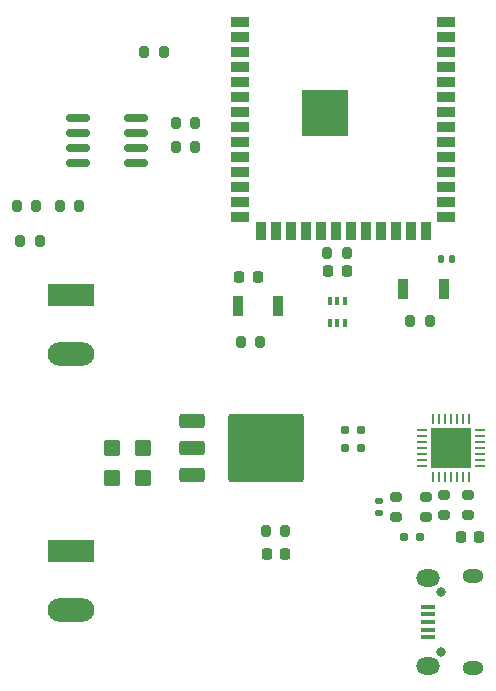
<source format=gbr>
%TF.GenerationSoftware,KiCad,Pcbnew,8.0.7*%
%TF.CreationDate,2025-02-14T15:53:52+00:00*%
%TF.ProjectId,FYP_Motor_R2,4659505f-4d6f-4746-9f72-5f52322e6b69,rev?*%
%TF.SameCoordinates,Original*%
%TF.FileFunction,Soldermask,Top*%
%TF.FilePolarity,Negative*%
%FSLAX46Y46*%
G04 Gerber Fmt 4.6, Leading zero omitted, Abs format (unit mm)*
G04 Created by KiCad (PCBNEW 8.0.7) date 2025-02-14 15:53:52*
%MOMM*%
%LPD*%
G01*
G04 APERTURE LIST*
G04 Aperture macros list*
%AMRoundRect*
0 Rectangle with rounded corners*
0 $1 Rounding radius*
0 $2 $3 $4 $5 $6 $7 $8 $9 X,Y pos of 4 corners*
0 Add a 4 corners polygon primitive as box body*
4,1,4,$2,$3,$4,$5,$6,$7,$8,$9,$2,$3,0*
0 Add four circle primitives for the rounded corners*
1,1,$1+$1,$2,$3*
1,1,$1+$1,$4,$5*
1,1,$1+$1,$6,$7*
1,1,$1+$1,$8,$9*
0 Add four rect primitives between the rounded corners*
20,1,$1+$1,$2,$3,$4,$5,0*
20,1,$1+$1,$4,$5,$6,$7,0*
20,1,$1+$1,$6,$7,$8,$9,0*
20,1,$1+$1,$8,$9,$2,$3,0*%
G04 Aperture macros list end*
%ADD10RoundRect,0.140000X0.140000X0.170000X-0.140000X0.170000X-0.140000X-0.170000X0.140000X-0.170000X0*%
%ADD11O,0.800000X0.800000*%
%ADD12R,1.300000X0.450000*%
%ADD13O,1.800000X1.150000*%
%ADD14O,2.000000X1.450000*%
%ADD15RoundRect,0.102000X-0.240000X-0.200000X0.240000X-0.200000X0.240000X0.200000X-0.240000X0.200000X0*%
%ADD16RoundRect,0.200000X0.275000X-0.200000X0.275000X0.200000X-0.275000X0.200000X-0.275000X-0.200000X0*%
%ADD17RoundRect,0.200000X0.200000X0.275000X-0.200000X0.275000X-0.200000X-0.275000X0.200000X-0.275000X0*%
%ADD18RoundRect,0.218750X0.218750X0.256250X-0.218750X0.256250X-0.218750X-0.256250X0.218750X-0.256250X0*%
%ADD19RoundRect,0.225000X-0.225000X-0.250000X0.225000X-0.250000X0.225000X0.250000X-0.225000X0.250000X0*%
%ADD20RoundRect,0.150000X0.825000X0.150000X-0.825000X0.150000X-0.825000X-0.150000X0.825000X-0.150000X0*%
%ADD21R,1.500000X0.900000*%
%ADD22R,0.900000X1.500000*%
%ADD23C,0.600000*%
%ADD24R,3.900000X3.900000*%
%ADD25R,3.960000X1.980000*%
%ADD26O,3.960000X1.980000*%
%ADD27R,0.900000X1.700000*%
%ADD28RoundRect,0.200000X-0.200000X-0.275000X0.200000X-0.275000X0.200000X0.275000X-0.200000X0.275000X0*%
%ADD29RoundRect,0.140000X-0.170000X0.140000X-0.170000X-0.140000X0.170000X-0.140000X0.170000X0.140000X0*%
%ADD30RoundRect,0.250000X0.450000X0.425000X-0.450000X0.425000X-0.450000X-0.425000X0.450000X-0.425000X0*%
%ADD31RoundRect,0.250000X-0.850000X-0.350000X0.850000X-0.350000X0.850000X0.350000X-0.850000X0.350000X0*%
%ADD32RoundRect,0.249997X-2.950003X-2.650003X2.950003X-2.650003X2.950003X2.650003X-2.950003X2.650003X0*%
%ADD33RoundRect,0.062500X-0.337500X-0.062500X0.337500X-0.062500X0.337500X0.062500X-0.337500X0.062500X0*%
%ADD34RoundRect,0.062500X-0.062500X-0.337500X0.062500X-0.337500X0.062500X0.337500X-0.062500X0.337500X0*%
%ADD35R,3.350000X3.350000*%
%ADD36RoundRect,0.100000X0.100000X-0.225000X0.100000X0.225000X-0.100000X0.225000X-0.100000X-0.225000X0*%
%ADD37RoundRect,0.200000X-0.275000X0.200000X-0.275000X-0.200000X0.275000X-0.200000X0.275000X0.200000X0*%
G04 APERTURE END LIST*
D10*
%TO.C,C6*%
X124230000Y-57500000D03*
X123270000Y-57500000D03*
%TD*%
D11*
%TO.C,J1*%
X123250000Y-90725000D03*
X123250000Y-85725000D03*
D12*
X122150000Y-89525000D03*
X122150000Y-88875000D03*
X122150000Y-88225000D03*
X122150000Y-87575000D03*
X122150000Y-86925000D03*
D13*
X126000000Y-92100000D03*
D14*
X122200000Y-91950000D03*
X122200000Y-84500000D03*
D13*
X126000000Y-84350000D03*
%TD*%
D15*
%TO.C,D2*%
X115180000Y-73500000D03*
X116500000Y-73500000D03*
%TD*%
D16*
%TO.C,R2*%
X122000000Y-79325000D03*
X122000000Y-77675000D03*
%TD*%
D17*
%TO.C,R10*%
X92650000Y-53000000D03*
X91000000Y-53000000D03*
%TD*%
D18*
%TO.C,D6*%
X110120000Y-82500000D03*
X108545000Y-82500000D03*
%TD*%
D19*
%TO.C,C5*%
X106225000Y-59000000D03*
X107775000Y-59000000D03*
%TD*%
D15*
%TO.C,D3*%
X115180000Y-72000000D03*
X116500000Y-72000000D03*
%TD*%
D20*
%TO.C,U3*%
X97475000Y-49405000D03*
X97475000Y-48135000D03*
X97475000Y-46865000D03*
X97475000Y-45595000D03*
X92525000Y-45595000D03*
X92525000Y-46865000D03*
X92525000Y-48135000D03*
X92525000Y-49405000D03*
%TD*%
D19*
%TO.C,C2*%
X124950000Y-81000000D03*
X126500000Y-81000000D03*
%TD*%
D21*
%TO.C,U2*%
X106250000Y-37390000D03*
X106250000Y-38660000D03*
X106250000Y-39930000D03*
X106250000Y-41200000D03*
X106250000Y-42470000D03*
X106250000Y-43740000D03*
X106250000Y-45010000D03*
X106250000Y-46280000D03*
X106250000Y-47550000D03*
X106250000Y-48820000D03*
X106250000Y-50090000D03*
X106250000Y-51360000D03*
X106250000Y-52630000D03*
X106250000Y-53900000D03*
D22*
X108015000Y-55150000D03*
X109285000Y-55150000D03*
X110555000Y-55150000D03*
X111825000Y-55150000D03*
X113095000Y-55150000D03*
X114365000Y-55150000D03*
X115635000Y-55150000D03*
X116905000Y-55150000D03*
X118175000Y-55150000D03*
X119445000Y-55150000D03*
X120715000Y-55150000D03*
X121985000Y-55150000D03*
D21*
X123750000Y-53900000D03*
X123750000Y-52630000D03*
X123750000Y-51360000D03*
X123750000Y-50090000D03*
X123750000Y-48820000D03*
X123750000Y-47550000D03*
X123750000Y-46280000D03*
X123750000Y-45010000D03*
X123750000Y-43740000D03*
X123750000Y-42470000D03*
X123750000Y-41200000D03*
X123750000Y-39930000D03*
X123750000Y-38660000D03*
X123750000Y-37390000D03*
D23*
X112100000Y-44410000D03*
X112100000Y-45810000D03*
X112800000Y-43710000D03*
X112800000Y-45110000D03*
X112800000Y-46510000D03*
X113500000Y-44410000D03*
D24*
X113500000Y-45110000D03*
D23*
X113500000Y-45810000D03*
X114200000Y-43710000D03*
X114200000Y-45110000D03*
X114200000Y-46510000D03*
X114900000Y-44410000D03*
X114900000Y-45810000D03*
%TD*%
D18*
%TO.C,D5*%
X115325000Y-58500000D03*
X113750000Y-58500000D03*
%TD*%
D25*
%TO.C,J3*%
X92000000Y-82235000D03*
D26*
X92000000Y-87235000D03*
%TD*%
D27*
%TO.C,SW2*%
X120100000Y-60000000D03*
X123500000Y-60000000D03*
%TD*%
%TO.C,SW1*%
X109500000Y-61500000D03*
X106100000Y-61500000D03*
%TD*%
D28*
%TO.C,R12*%
X113675000Y-57000000D03*
X115325000Y-57000000D03*
%TD*%
%TO.C,R15*%
X108470000Y-80500000D03*
X110120000Y-80500000D03*
%TD*%
D29*
%TO.C,C1*%
X118000000Y-78980000D03*
X118000000Y-78020000D03*
%TD*%
D17*
%TO.C,R9*%
X89000000Y-53000000D03*
X87350000Y-53000000D03*
%TD*%
D15*
%TO.C,D1*%
X120180000Y-81000000D03*
X121500000Y-81000000D03*
%TD*%
D28*
%TO.C,R14*%
X120675000Y-62750000D03*
X122325000Y-62750000D03*
%TD*%
D17*
%TO.C,R6*%
X99825000Y-40000000D03*
X98175000Y-40000000D03*
%TD*%
D30*
%TO.C,C7*%
X98090000Y-76000000D03*
X95390000Y-76000000D03*
%TD*%
D17*
%TO.C,R8*%
X102500000Y-48000000D03*
X100850000Y-48000000D03*
%TD*%
D25*
%TO.C,J2*%
X92000000Y-60500000D03*
D26*
X92000000Y-65500000D03*
%TD*%
D16*
%TO.C,R1*%
X119500000Y-79325000D03*
X119500000Y-77675000D03*
%TD*%
D31*
%TO.C,U4*%
X102200000Y-71245000D03*
X102200000Y-73525000D03*
D32*
X108500000Y-73525000D03*
D31*
X102200000Y-75805000D03*
%TD*%
D33*
%TO.C,U1*%
X121670000Y-72000000D03*
X121670000Y-72500000D03*
X121670000Y-73000000D03*
X121670000Y-73500000D03*
X121670000Y-74000000D03*
X121670000Y-74500000D03*
X121670000Y-75000000D03*
D34*
X122620000Y-75950000D03*
X123120000Y-75950000D03*
X123620000Y-75950000D03*
X124120000Y-75950000D03*
X124620000Y-75950000D03*
X125120000Y-75950000D03*
X125620000Y-75950000D03*
D33*
X126570000Y-75000000D03*
X126570000Y-74500000D03*
X126570000Y-74000000D03*
X126570000Y-73500000D03*
X126570000Y-73000000D03*
X126570000Y-72500000D03*
X126570000Y-72000000D03*
D34*
X125620000Y-71050000D03*
X125120000Y-71050000D03*
X124620000Y-71050000D03*
X124120000Y-71050000D03*
X123620000Y-71050000D03*
X123120000Y-71050000D03*
X122620000Y-71050000D03*
D35*
X124120000Y-73500000D03*
%TD*%
D30*
%TO.C,C8*%
X98090000Y-73500000D03*
X95390000Y-73500000D03*
%TD*%
D17*
%TO.C,R11*%
X89325000Y-56000000D03*
X87675000Y-56000000D03*
%TD*%
%TO.C,R5*%
X102500000Y-46000000D03*
X100850000Y-46000000D03*
%TD*%
D16*
%TO.C,R4*%
X125570000Y-79150000D03*
X125570000Y-77500000D03*
%TD*%
D17*
%TO.C,R13*%
X108000000Y-64500000D03*
X106350000Y-64500000D03*
%TD*%
D36*
%TO.C,Q1*%
X113850000Y-62950000D03*
X114500000Y-62950000D03*
X115150000Y-62950000D03*
X115150000Y-61050000D03*
X114500000Y-61050000D03*
X113850000Y-61050000D03*
%TD*%
D37*
%TO.C,R3*%
X123570000Y-77500000D03*
X123570000Y-79150000D03*
%TD*%
M02*

</source>
